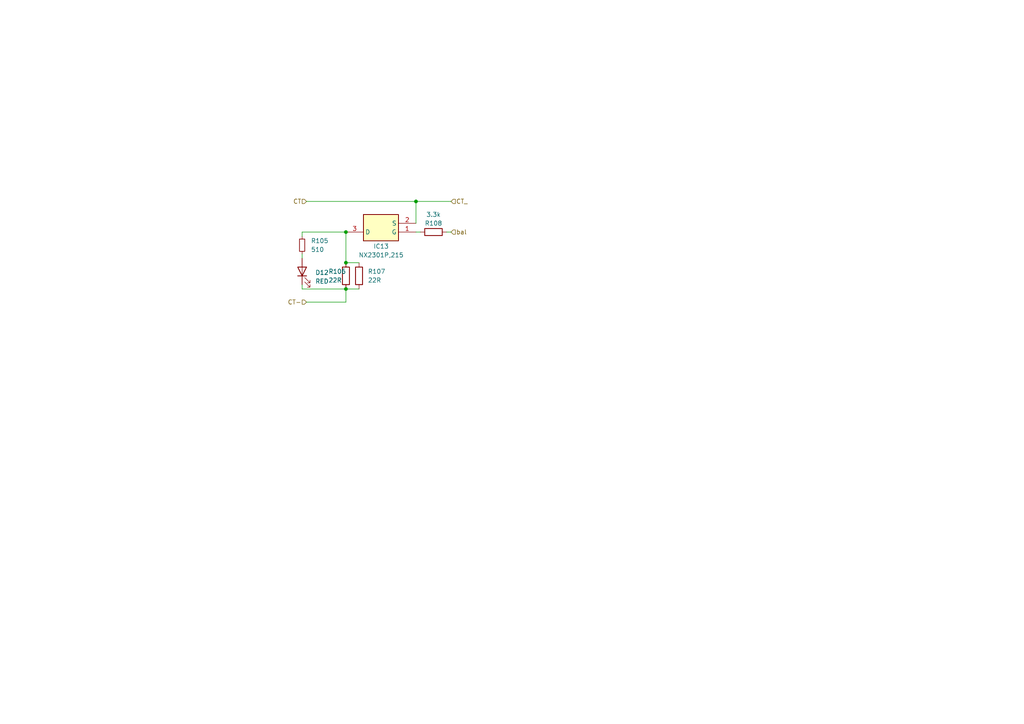
<source format=kicad_sch>
(kicad_sch (version 20231120) (generator "eeschema") (generator_version "8.0")
  (paper "A4")
  (lib_symbols
    (symbol "Device:LED" (pin_numbers hide) (pin_names (offset 1.016) hide)
      (property "Reference" "D" (at 0 2.54 0))
      (property "Value" "LED" (at 0 -2.54 0))
      (symbol "LED_0_1"
        (polyline (pts (xy -1.27 -1.27) (xy -1.27 1.27)) (stroke (width 0.254)))
        (polyline (pts (xy -1.27 0) (xy 1.27 0)))
        (polyline (pts (xy 1.27 -1.27) (xy 1.27 1.27) (xy -1.27 0) (xy 1.27 -1.27)) (stroke (width 0.254)))
        (polyline (pts (xy -3.048 -0.762) (xy -4.572 -2.286) (xy -3.81 -2.286) (xy -4.572 -2.286) (xy -4.572 -1.524)))
        (polyline (pts (xy -1.778 -0.762) (xy -3.302 -2.286) (xy -2.54 -2.286) (xy -3.302 -2.286) (xy -3.302 -1.524)))
      )
      (symbol "LED_1_1"
        (pin passive line (at -3.81 0 0) (length 2.54) (name "K") (number "1"))
        (pin passive line (at 3.81 0 180) (length 2.54) (name "A") (number "2"))
      )
    )
    (symbol "Device:R" (pin_numbers hide) (pin_names (offset 0))
      (property "Reference" "R" (at 2.032 0 90))
      (property "Value" "R" (at 0 0 90))
      (symbol "R_0_1"
        (rectangle (start -1.016 -2.54) (end 1.016 2.54) (stroke (width 0.254)))
      )
      (symbol "R_1_1"
        (pin passive line (at 0 3.81 270) (length 1.27) (name "~") (number "1"))
        (pin passive line (at 0 -3.81 90) (length 1.27) (name "~") (number "2"))
      )
    )
    (symbol "Device:R_Small" (pin_numbers hide) (pin_names (offset 0.254) hide)
      (property "Reference" "R" (at 0.762 0.508 0))
      (property "Value" "R_Small" (at 0.762 -1.016 0))
      (symbol "R_Small_0_1"
        (rectangle (start -0.762 1.778) (end 0.762 -1.778) (stroke (width 0.2032)))
      )
      (symbol "R_Small_1_1"
        (pin passive line (at 0 2.54 270) (length 0.762) (name "~") (number "1"))
        (pin passive line (at 0 -2.54 90) (length 0.762) (name "~") (number "2"))
      )
    )
    (symbol "SamacSys_Parts:NX2301P,215"
      (property "Reference" "IC" (at 16.51 7.62 0))
      (property "Value" "NX2301P,215" (at 16.51 5.08 0))
      (symbol "NX2301P,215_1_1"
        (rectangle (start 5.08 2.54) (end 15.24 -5.08) (stroke (width 0.254)) (fill (type background)))
        (pin passive line (at 0 0 0) (length 5.08) (name "G") (number "1"))
        (pin passive line (at 0 -2.54 0) (length 5.08) (name "S") (number "2"))
        (pin passive line (at 20.32 0 180) (length 5.08) (name "D") (number "3"))
      )
    )
  )
  (junction (at 100.33 76.2))
  (junction (at 100.33 67.31))
  (junction (at 120.65 58.42))
  (junction (at 100.33 83.82))
  (wire (pts (xy 100.33 76.2) (xy 104.14 76.2)))
  (wire (pts (xy 88.9 58.42) (xy 120.65 58.42)))
  (wire (pts (xy 87.63 67.31) (xy 87.63 68.58)))
  (wire (pts (xy 121.92 67.31) (xy 120.65 67.31)))
  (wire (pts (xy 129.54 67.31) (xy 130.81 67.31)))
  (wire (pts (xy 120.65 58.42) (xy 130.81 58.42)))
  (wire (pts (xy 87.63 82.55) (xy 87.63 83.82)))
  (wire (pts (xy 87.63 73.66) (xy 87.63 74.93)))
  (wire (pts (xy 120.65 64.77) (xy 120.65 58.42)))
  (wire (pts (xy 87.63 83.82) (xy 100.33 83.82)))
  (wire (pts (xy 100.33 83.82) (xy 104.14 83.82)))
  (wire (pts (xy 87.63 67.31) (xy 100.33 67.31)))
  (wire (pts (xy 100.33 67.31) (xy 100.33 76.2)))
  (wire (pts (xy 100.33 83.82) (xy 100.33 87.63)))
  (wire (pts (xy 88.9 87.63) (xy 100.33 87.63)))
  (hierarchical_label "CT" (shape input) (at 88.9 58.42 180))
  (hierarchical_label "bal" (shape input) (at 130.81 67.31 0))
  (hierarchical_label "CT_" (shape input) (at 130.81 58.42 0))
  (hierarchical_label "CT-" (shape input) (at 88.9 87.63 180))
  (symbol (lib_id "Device:R_Small") (at 87.63 71.12 0) (unit 1)
    (property "Reference" "R105" (at 90.17 69.8499 0) (effects (justify left)))
    (property "Value" "510" (at 90.17 72.3899 0) (effects (justify left)))
    (property "Footprint" "Resistor_SMD:R_0402_1005Metric" (effects (hide yes)))
    (property "Description" "Resistor, small symbol" (effects (hide yes)))
    (instances (project "BMS_Slave_V1(ADBMS1818)" (path "" (reference "R105") (unit 1)) (path "" (reference "R55") (unit 1)) (path "" (reference "R69") (unit 1)) (path "" (reference "R74") (unit 1)) (path "" (reference "R79") (unit 1)) (path "" (reference "R94") (unit 1)) (path "" (reference "R100") (unit 1)) (path "" (reference "R84") (unit 1)) (path "" (reference "R59") (unit 1)) (path "" (reference "R121") (unit 1)) (path "" (reference "R64") (unit 1)) (path "" (reference "R89") (unit 1)) (path "" (reference "R117") (unit 1)) (path "" (reference "R113") (unit 1)) (path "" (reference "R109") (unit 1))))
  )
  (symbol (lib_id "Device:R") (at 100.33 80.01 180) (unit 1)
    (property "Reference" "R106" (at 95.25 78.74 0) (effects (justify right)))
    (property "Value" "22R" (at 95.25 81.28 0) (effects (justify right)))
    (property "Footprint" "Resistor_SMD:R_2512_6332Metric" (effects (hide yes)))
    (instances (project "BMS_Slave_V1(ADBMS1818)" (path "" (reference "R106") (unit 1)) (path "" (reference "R56") (unit 1)) (path "" (reference "R70") (unit 1)) (path "" (reference "R75") (unit 1)) (path "" (reference "R80") (unit 1)) (path "" (reference "R95") (unit 1)) (path "" (reference "R101") (unit 1)) (path "" (reference "R85") (unit 1)) (path "" (reference "R60") (unit 1)) (path "" (reference "R122") (unit 1)) (path "" (reference "R65") (unit 1)) (path "" (reference "R90") (unit 1)) (path "" (reference "R118") (unit 1)) (path "" (reference "R114") (unit 1)) (path "" (reference "R110") (unit 1))))
  )
  (symbol (lib_id "Device:R") (at 125.73 67.31 270) (unit 1)
    (property "Reference" "R108" (at 125.73 64.77 90))
    (property "Value" "3.3k" (at 125.73 62.23 90))
    (property "Footprint" "Resistor_SMD:R_0603_1608Metric" (effects (hide yes)))
    (instances (project "BMS_Slave_V1(ADBMS1818)" (path "" (reference "R108") (unit 1)) (path "" (reference "R58") (unit 1)) (path "" (reference "R72") (unit 1)) (path "" (reference "R77") (unit 1)) (path "" (reference "R82") (unit 1)) (path "" (reference "R97") (unit 1)) (path "" (reference "R103") (unit 1)) (path "" (reference "R87") (unit 1)) (path "" (reference "R62") (unit 1)) (path "" (reference "R124") (unit 1)) (path "" (reference "R67") (unit 1)) (path "" (reference "R92") (unit 1)) (path "" (reference "R120") (unit 1)) (path "" (reference "R116") (unit 1)) (path "" (reference "R112") (unit 1))))
  )
  (symbol (lib_id "SamacSys_Parts:NX2301P,215") (at 120.65 67.31 180) (unit 1)
    (property "Reference" "IC13" (at 110.547 71.4437 0))
    (property "Value" "NX2301P,215" (at 110.547 73.9837 0))
    (property "Footprint" "Package_TO_SOT_SMD:SOT-23" (effects (hide yes)))
    (property "Datasheet" "https://assets.nexperia.com/documents/data-sheet/NX2301P.pdf" (effects (hide yes)))
    (property "Height" "1.1" (effects (hide yes)))
    (property "Mouser Part Number" "771-NX2301P215" (effects (hide yes)))
    (property "Mouser Price/Stock" "https://www.mouser.co.uk/ProductDetail/Nexperia/NX2301P215?qs=A1cBxND5mHKs%252BLrxCDENxw%3D%3D" (effects (hide yes)))
    (property "Manufacturer_Name" "Nexperia" (effects (hide yes)))
    (property "Manufacturer_Part_Number" "NX2301P,215" (effects (hide yes)))
    (instances (project "BMS_Slave_V1(ADBMS1818)" (path "" (reference "IC13") (unit 1)) (path "" (reference "IC3") (unit 1)) (path "" (reference "IC6") (unit 1)) (path "" (reference "IC7") (unit 1)) (path "" (reference "IC8") (unit 1)) (path "" (reference "IC11") (unit 1)) (path "" (reference "IC12") (unit 1)) (path "" (reference "IC9") (unit 1)) (path "" (reference "IC4") (unit 1)) (path "" (reference "IC17") (unit 1)) (path "" (reference "IC5") (unit 1)) (path "" (reference "IC10") (unit 1)) (path "" (reference "IC16") (unit 1)) (path "" (reference "IC15") (unit 1)) (path "" (reference "IC14") (unit 1))))
  )
  (symbol (lib_id "Device:R") (at 104.14 80.01 180) (unit 1)
    (property "Reference" "R107" (at 106.68 78.74 0) (effects (justify right)))
    (property "Value" "22R" (at 106.68 81.28 0) (effects (justify right)))
    (property "Footprint" "Resistor_SMD:R_2512_6332Metric" (effects (hide yes)))
    (instances (project "BMS_Slave_V1(ADBMS1818)" (path "" (reference "R107") (unit 1)) (path "" (reference "R57") (unit 1)) (path "" (reference "R71") (unit 1)) (path "" (reference "R76") (unit 1)) (path "" (reference "R81") (unit 1)) (path "" (reference "R96") (unit 1)) (path "" (reference "R102") (unit 1)) (path "" (reference "R86") (unit 1)) (path "" (reference "R61") (unit 1)) (path "" (reference "R123") (unit 1)) (path "" (reference "R66") (unit 1)) (path "" (reference "R91") (unit 1)) (path "" (reference "R119") (unit 1)) (path "" (reference "R115") (unit 1)) (path "" (reference "R111") (unit 1))))
  )
  (symbol (lib_id "Device:LED") (at 87.63 78.74 90) (unit 1)
    (property "Reference" "D12" (at 91.44 79.0574 90) (effects (justify right)))
    (property "Value" "RED" (at 91.44 81.5974 90) (effects (justify right)))
    (property "Footprint" "LED_SMD:LED_0603_1608Metric" (effects (hide yes)))
    (property "Description" "Light emitting diode" (effects (hide yes)))
    (instances (project "BMS_Slave_V1(ADBMS1818)" (path "" (reference "D12") (unit 1)) (path "" (reference "D2") (unit 1)) (path "" (reference "D5") (unit 1)) (path "" (reference "D6") (unit 1)) (path "" (reference "D7") (unit 1)) (path "" (reference "D10") (unit 1)) (path "" (reference "D11") (unit 1)) (path "" (reference "D8") (unit 1)) (path "" (reference "D3") (unit 1)) (path "" (reference "D16") (unit 1)) (path "" (reference "D4") (unit 1)) (path "" (reference "D9") (unit 1)) (path "" (reference "D15") (unit 1)) (path "" (reference "D14") (unit 1)) (path "" (reference "D13") (unit 1))))
  )
)
</source>
